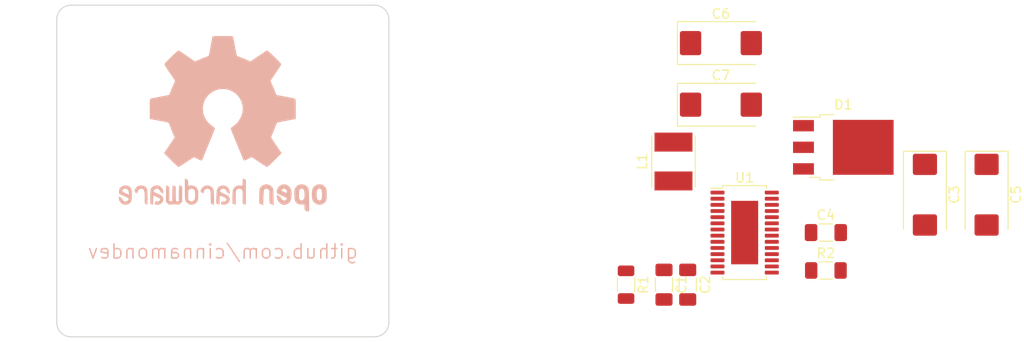
<source format=kicad_pcb>
(kicad_pcb (version 20210925) (generator pcbnew)
  (layers (0 "F.Cu" signal) (31 "B.Cu" signal) (34 "B.Paste" user) (35 "F.Paste" user) (36 "B.SilkS" user "B.Silkscreen") (37 "F.SilkS" user "F.Silkscreen") (38 "B.Mask" user) (39 "F.Mask" user) (44 "Edge.Cuts" user))
  (net 0 "")
  (net 1 "Net-(C1-Pad1)")
  (net 2 "GND")
  (net 3 "/VREF")
  (net 4 "/5v0")
  (net 5 "Net-(C4-Pad1)")
  (net 6 "/VIN")
  (net 8 "Net-(D1-Pad3)")
  (footprint "Resistor_SMD:R_1206_3216Metric_Pad1.30x1.75mm_HandSolder" (layer "F.Cu") (at 196.0625 103)
    (fp_text reference "R2" (at 0 -1.82) (layer "F.SilkS"))
    (fp_text value "2")
    (fp_line (start -0.727064 0.91) (end 0.727064 0.91) (layer "F.SilkS") (width 0.12))
    (fp_line (start -0.727064 -0.91) (end 0.727064 -0.91) (layer "F.SilkS") (width 0.12))
    (pad "1" smd roundrect locked (at -1.55 0) (size 1.3 1.75) (layers "F.Cu" "F.Paste" "F.Mask") (roundrect_rratio 0.192308) (net 5 "Net-(C4-Pad1)"))
    (pad "2" smd roundrect locked (at 1.55 0) (size 1.3 1.75) (layers "F.Cu" "F.Paste" "F.Mask") (roundrect_rratio 0.192308) (net 4 "/5v0"))
  )
  (footprint "Package_SO:TSSOP-28-1EP_4.4x9.7mm_P0.65mm_EP2.85x6.7mm" (layer "F.Cu") (at 187.5 99)
    (fp_text reference "U1" (at 0 -5.8) (layer "F.SilkS"))
    (fp_text value "MAX1709")
    (fp_line (start -2.31 -4.96) (end -2.31 -4.685) (layer "F.SilkS") (width 0.12))
    (fp_line (start 2.31 4.96) (end 2.31 4.685) (layer "F.SilkS") (width 0.12))
    (fp_line (start 0 -4.96) (end -2.31 -4.96) (layer "F.SilkS") (width 0.12))
    (fp_line (start 0 -4.96) (end 2.31 -4.96) (layer "F.SilkS") (width 0.12))
    (fp_line (start -2.31 4.96) (end -2.31 4.685) (layer "F.SilkS") (width 0.12))
    (fp_line (start 2.31 -4.96) (end 2.31 -4.685) (layer "F.SilkS") (width 0.12))
    (fp_line (start -2.31 -4.685) (end -3.6 -4.685) (layer "F.SilkS") (width 0.12))
    (fp_line (start 0 4.96) (end -2.31 4.96) (layer "F.SilkS") (width 0.12))
    (fp_line (start 0 4.96) (end 2.31 4.96) (layer "F.SilkS") (width 0.12))
    (pad "1" smd roundrect locked (at -2.8625 -4.225) (size 1.475 0.4) (layers "F.Cu" "F.Paste" "F.Mask"))
    (pad "2" smd roundrect locked (at -2.8625 -3.575) (size 1.475 0.4) (layers "F.Cu" "F.Paste" "F.Mask") (net 8 "Net-(D1-Pad3)"))
    (pad "3" smd roundrect locked (at -2.8625 -2.925) (size 1.475 0.4) (layers "F.Cu" "F.Paste" "F.Mask") (net 8 "Net-(D1-Pad3)"))
    (pad "4" smd roundrect locked (at -2.8625 -2.275) (size 1.475 0.4) (layers "F.Cu" "F.Paste" "F.Mask") (net 8 "Net-(D1-Pad3)"))
    (pad "5" smd roundrect locked (at -2.8625 -1.625) (size 1.475 0.4) (layers "F.Cu" "F.Paste" "F.Mask") (net 8 "Net-(D1-Pad3)"))
    (pad "6" smd roundrect locked (at -2.8625 -0.975) (size 1.475 0.4) (layers "F.Cu" "F.Paste" "F.Mask") (net 1 "Net-(C1-Pad1)"))
    (pad "7" smd roundrect locked (at -2.8625 -0.325) (size 1.475 0.4) (layers "F.Cu" "F.Paste" "F.Mask") (net 8 "Net-(D1-Pad3)"))
    (pad "8" smd roundrect locked (at -2.8625 0.325) (size 1.475 0.4) (layers "F.Cu" "F.Paste" "F.Mask") (net 8 "Net-(D1-Pad3)"))
    (pad "9" smd roundrect locked (at -2.8625 0.975) (size 1.475 0.4) (layers "F.Cu" "F.Paste" "F.Mask"))
    (pad "10" smd roundrect locked (at -2.8625 1.625) (size 1.475 0.4) (layers "F.Cu" "F.Paste" "F.Mask"))
    (pad "11" smd roundrect locked (at -2.8625 2.275) (size 1.475 0.4) (layers "F.Cu" "F.Paste" "F.Mask") (net 2 "GND"))
    (pad "12" smd roundrect locked (at -2.8625 2.925) (size 1.475 0.4) (layers "F.Cu" "F.Paste" "F.Mask"))
    (pad "13" smd roundrect locked (at -2.8625 3.575) (size 1.475 0.4) (layers "F.Cu" "F.Paste" "F.Mask") (net 3 "/VREF"))
    (pad "14" smd roundrect locked (at -2.8625 4.225) (size 1.475 0.4) (layers "F.Cu" "F.Paste" "F.Mask") (net 2 "GND"))
    (pad "15" smd roundrect locked (at 2.8625 4.225) (size 1.475 0.4) (layers "F.Cu" "F.Paste" "F.Mask") (net 5 "Net-(C4-Pad1)"))
    (pad "16" smd roundrect locked (at 2.8625 3.575) (size 1.475 0.4) (layers "F.Cu" "F.Paste" "F.Mask") (net 2 "GND"))
    (pad "17" smd roundrect locked (at 2.8625 2.925) (size 1.475 0.4) (layers "F.Cu" "F.Paste" "F.Mask"))
    (pad "18" smd roundrect locked (at 2.8625 2.275) (size 1.475 0.4) (layers "F.Cu" "F.Paste" "F.Mask") (net 2 "GND"))
    (pad "19" smd roundrect locked (at 2.8625 1.625) (size 1.475 0.4) (layers "F.Cu" "F.Paste" "F.Mask") (net 2 "GND"))
    (pad "20" smd roundrect locked (at 2.8625 0.975) (size 1.475 0.4) (layers "F.Cu" "F.Paste" "F.Mask") (net 2 "GND"))
    (pad "21" smd roundrect locked (at 2.8625 0.325) (size 1.475 0.4) (layers "F.Cu" "F.Paste" "F.Mask") (net 2 "GND"))
    (pad "22" smd roundrect locked (at 2.8625 -0.325) (size 1.475 0.4) (layers "F.Cu" "F.Paste" "F.Mask") (net 2 "GND"))
    (pad "23" smd roundrect locked (at 2.8625 -0.975) (size 1.475 0.4) (layers "F.Cu" "F.Paste" "F.Mask") (net 2 "GND"))
    (pad "24" smd roundrect locked (at 2.8625 -1.625) (size 1.475 0.4) (layers "F.Cu" "F.Paste" "F.Mask"))
    (pad "25" smd roundrect locked (at 2.8625 -2.275) (size 1.475 0.4) (layers "F.Cu" "F.Paste" "F.Mask"))
    (pad "26" smd roundrect locked (at 2.8625 -2.925) (size 1.475 0.4) (layers "F.Cu" "F.Paste" "F.Mask") (net 5 "Net-(C4-Pad1)"))
    (pad "27" smd roundrect locked (at 2.8625 -3.575) (size 1.475 0.4) (layers "F.Cu" "F.Paste" "F.Mask") (net 5 "Net-(C4-Pad1)"))
    (pad "28" smd roundrect locked (at 2.8625 -4.225) (size 1.475 0.4) (layers "F.Cu" "F.Paste" "F.Mask") (net 4 "/5v0"))
    (pad "29" smd rect locked (at 0 0) (size 2.85 6.7) (layers "F.Cu" "F.Mask"))
  )
  (footprint "MountingHole:MountingHole_2.2mm_M2" (layer "F.Cu") (at 118.5 106.5)
    (fp_text reference "REF**")
    (fp_text value "MountingHole_2.2mm_M2")
    (pad "" np_thru_hole circle locked (at 0 0) (size 2.2 2.2) (drill 2.2) (layers *.Cu *.Mask))
  )
  (footprint "Capacitor_SMD:C_1206_3216Metric_Pad1.33x1.80mm_HandSolder" (layer "F.Cu") (at 181.5 104.5 -90)
    (fp_text reference "C2" (at 0 -1.85 90) (layer "F.SilkS"))
    (fp_text value "220n")
    (fp_line (start -0.711252 -0.91) (end 0.711252 -0.91) (layer "F.SilkS") (width 0.12))
    (fp_line (start -0.711252 0.91) (end 0.711252 0.91) (layer "F.SilkS") (width 0.12))
    (pad "1" smd roundrect locked (at -1.5625 0 270) (size 1.325 1.8) (layers "F.Cu" "F.Paste" "F.Mask") (roundrect_rratio 0.188679) (net 3 "/VREF"))
    (pad "2" smd roundrect locked (at 1.5625 0 270) (size 1.325 1.8) (layers "F.Cu" "F.Paste" "F.Mask") (roundrect_rratio 0.188679) (net 2 "GND"))
  )
  (footprint "Library:VLS5045" (layer "F.Cu") (at 180 91.5 90)
    (fp_text reference "L1" (at 0 -3.3 90 unlocked) (layer "F.SilkS"))
    (fp_text value "1uH")
    (fp_line (start -2.7 2.3) (end 2.7 2.3) (layer "F.SilkS") (width 0.12))
    (fp_line (start -2.7 -2.3) (end 2.7 -2.3) (layer "F.SilkS") (width 0.12))
    (pad "1" smd rect locked (at -2.05 0 90) (size 2 4) (layers "F.Cu" "F.Paste" "F.Mask") (net 8 "Net-(D1-Pad3)"))
    (pad "2" smd rect locked (at 2.05 0 90) (size 2 4) (layers "F.Cu" "F.Paste" "F.Mask") (net 6 "/VIN"))
  )
  (footprint "Capacitor_Tantalum_SMD:CP_EIA-7343-15_Kemet-W_Pad2.25x2.55mm_HandSolder" (layer "F.Cu") (at 206.5 95 -90)
    (fp_text reference "C3" (at 0 -3.1 90) (layer "F.SilkS"))
    (fp_text value "150u")
    (fp_line (start -4.585 -2.26) (end -4.585 2.26) (layer "F.SilkS") (width 0.12))
    (fp_line (start -4.585 2.26) (end 3.65 2.26) (layer "F.SilkS") (width 0.12))
    (fp_line (start 3.65 -2.26) (end -4.585 -2.26) (layer "F.SilkS") (width 0.12))
    (pad "1" smd roundrect locked (at -3.2 0 270) (size 2.25 2.55) (layers "F.Cu" "F.Paste" "F.Mask") (roundrect_rratio 0.111111) (net 4 "/5v0"))
    (pad "2" smd roundrect locked (at 3.2 0 270) (size 2.25 2.55) (layers "F.Cu" "F.Paste" "F.Mask") (roundrect_rratio 0.111111) (net 2 "GND"))
  )
  (footprint "MountingHole:MountingHole_2.2mm_M2" (layer "F.Cu") (at 118.5 78.5)
    (fp_text reference "REF**")
    (fp_text value "MountingHole_2.2mm_M2")
    (pad "" np_thru_hole circle locked (at 0 0) (size 2.2 2.2) (drill 2.2) (layers *.Cu *.Mask))
  )
  (footprint "Capacitor_SMD:C_1206_3216Metric_Pad1.33x1.80mm_HandSolder" (layer "F.Cu") (at 196.0625 99)
    (fp_text reference "C4" (at 0 -1.85) (layer "F.SilkS"))
    (fp_text value "100u")
    (fp_line (start -0.711252 -0.91) (end 0.711252 -0.91) (layer "F.SilkS") (width 0.12))
    (fp_line (start -0.711252 0.91) (end 0.711252 0.91) (layer "F.SilkS") (width 0.12))
    (pad "1" smd roundrect locked (at -1.5625 0) (size 1.325 1.8) (layers "F.Cu" "F.Paste" "F.Mask") (roundrect_rratio 0.188679) (net 5 "Net-(C4-Pad1)"))
    (pad "2" smd roundrect locked (at 1.5625 0) (size 1.325 1.8) (layers "F.Cu" "F.Paste" "F.Mask") (roundrect_rratio 0.188679) (net 2 "GND"))
  )
  (footprint "MountingHole:MountingHole_2.2mm_M2" (layer "F.Cu") (at 146.5 106.5)
    (fp_text reference "REF**")
    (fp_text value "MountingHole_2.2mm_M2")
    (pad "" np_thru_hole circle locked (at 0 0) (size 2.2 2.2) (drill 2.2) (layers *.Cu *.Mask))
  )
  (footprint "Capacitor_Tantalum_SMD:CP_EIA-7343-31_Kemet-D_Pad2.25x2.55mm_HandSolder" (layer "F.Cu") (at 213 95 -90)
    (fp_text reference "C5" (at 0 -3.1 90) (layer "F.SilkS"))
    (fp_text value "150u")
    (fp_line (start 3.65 -2.26) (end -4.585 -2.26) (layer "F.SilkS") (width 0.12))
    (fp_line (start -4.585 -2.26) (end -4.585 2.26) (layer "F.SilkS") (width 0.12))
    (fp_line (start -4.585 2.26) (end 3.65 2.26) (layer "F.SilkS") (width 0.12))
    (pad "1" smd roundrect locked (at -3.2 0 270) (size 2.25 2.55) (layers "F.Cu" "F.Paste" "F.Mask") (roundrect_rratio 0.111111) (net 4 "/5v0"))
    (pad "2" smd roundrect locked (at 3.2 0 270) (size 2.25 2.55) (layers "F.Cu" "F.Paste" "F.Mask") (roundrect_rratio 0.111111) (net 2 "GND"))
  )
  (footprint "Package_TO_SOT_SMD:TO-252-3_TabPin2" (layer "F.Cu") (at 197.9 90)
    (fp_text reference "D1" (at 0 -4.5) (layer "F.SilkS"))
    (fp_text value "D_Schottky")
    (fp_line (start -0.97 -3.45) (end -2.47 -3.45) (layer "F.SilkS") (width 0.12))
    (fp_line (start -2.47 -3.18) (end -5.3 -3.18) (layer "F.SilkS") (width 0.12))
    (fp_line (start -2.47 -3.45) (end -2.47 -3.18) (layer "F.SilkS") (width 0.12))
    (fp_line (start -2.47 3.18) (end -3.57 3.18) (layer "F.SilkS") (width 0.12))
    (fp_line (start -0.97 3.45) (end -2.47 3.45) (layer "F.SilkS") (width 0.12))
    (fp_line (start -2.47 3.45) (end -2.47 3.18) (layer "F.SilkS") (width 0.12))
    (pad "1" smd rect locked (at -4.2 -2.28) (size 2.2 1.2) (layers "F.Cu" "F.Paste" "F.Mask"))
    (pad "2" smd rect locked (at -4.2 0) (size 2.2 1.2) (layers "F.Cu" "F.Paste" "F.Mask") (net 4 "/5v0"))
    (pad "2" smd rect locked (at 2.1 0) (size 6.4 5.8) (layers "F.Cu" "F.Mask") (net 4 "/5v0"))
    (pad "3" smd rect locked (at -4.2 2.28) (size 2.2 1.2) (layers "F.Cu" "F.Paste" "F.Mask") (net 8 "Net-(D1-Pad3)"))
  )
  (footprint "Capacitor_SMD:C_1206_3216Metric_Pad1.33x1.80mm_HandSolder" (layer "F.Cu") (at 179 104.5 -90)
    (fp_text reference "C1" (at 0 -1.85 90) (layer "F.SilkS"))
    (fp_text value "100n")
    (fp_line (start -0.711252 -0.91) (end 0.711252 -0.91) (layer "F.SilkS") (width 0.12))
    (fp_line (start -0.711252 0.91) (end 0.711252 0.91) (layer "F.SilkS") (width 0.12))
    (pad "1" smd roundrect locked (at -1.5625 0 270) (size 1.325 1.8) (layers "F.Cu" "F.Paste" "F.Mask") (roundrect_rratio 0.188679) (net 1 "Net-(C1-Pad1)"))
    (pad "2" smd roundrect locked (at 1.5625 0 270) (size 1.325 1.8) (layers "F.Cu" "F.Paste" "F.Mask") (roundrect_rratio 0.188679) (net 2 "GND"))
  )
  (footprint "Capacitor_Tantalum_SMD:CP_EIA-7343-31_Kemet-D_Pad2.25x2.55mm_HandSolder" (layer "F.Cu") (at 185 79)
    (fp_text reference "C6" (at 0 -3.1) (layer "F.SilkS"))
    (fp_text value "150u")
    (fp_line (start -4.585 2.26) (end 3.65 2.26) (layer "F.SilkS") (width 0.12))
    (fp_line (start -4.585 -2.26) (end -4.585 2.26) (layer "F.SilkS") (width 0.12))
    (fp_line (start 3.65 -2.26) (end -4.585 -2.26) (layer "F.SilkS") (width 0.12))
    (pad "1" smd roundrect locked (at -3.2 0) (size 2.25 2.55) (layers "F.Cu" "F.Paste" "F.Mask") (roundrect_rratio 0.111111) (net 6 "/VIN"))
    (pad "2" smd roundrect locked (at 3.2 0) (size 2.25 2.55) (layers "F.Cu" "F.Paste" "F.Mask") (roundrect_rratio 0.111111) (net 2 "GND"))
  )
  (footprint "Capacitor_Tantalum_SMD:CP_EIA-7343-31_Kemet-D_Pad2.25x2.55mm_HandSolder" (layer "F.Cu") (at 185 85.5)
    (fp_text reference "C7" (at 0 -3.1) (layer "F.SilkS"))
    (fp_text value "150u")
    (fp_line (start -4.585 -2.26) (end -4.585 2.26) (layer "F.SilkS") (width 0.12))
    (fp_line (start -4.585 2.26) (end 3.65 2.26) (layer "F.SilkS") (width 0.12))
    (fp_line (start 3.65 -2.26) (end -4.585 -2.26) (layer "F.SilkS") (width 0.12))
    (pad "1" smd roundrect locked (at -3.2 0) (size 2.25 2.55) (layers "F.Cu" "F.Paste" "F.Mask") (roundrect_rratio 0.111111) (net 6 "/VIN"))
    (pad "2" smd roundrect locked (at 3.2 0) (size 2.25 2.55) (layers "F.Cu" "F.Paste" "F.Mask") (roundrect_rratio 0.111111) (net 2 "GND"))
  )
  (footprint "MountingHole:MountingHole_2.2mm_M2" (layer "F.Cu") (at 146.5 78.5)
    (fp_text reference "REF**")
    (fp_text value "MountingHole_2.2mm_M2")
    (pad "" np_thru_hole circle locked (at 0 0) (size 2.2 2.2) (drill 2.2) (layers *.Cu *.Mask))
  )
  (footprint "Resistor_SMD:R_1206_3216Metric" (layer "F.Cu") (at 175 104.5 -90)
    (fp_text reference "R1" (at 0 -1.82 90) (layer "F.SilkS"))
    (fp_text value "nc")
    (fp_line (start -0.727064 -0.91) (end 0.727064 -0.91) (layer "F.SilkS") (width 0.12))
    (fp_line (start -0.727064 0.91) (end 0.727064 0.91) (layer "F.SilkS") (width 0.12))
    (pad "1" smd roundrect locked (at -1.4625 0 270) (size 1.125 1.75) (layers "F.Cu" "F.Paste" "F.Mask") (roundrect_rratio 0.222222) (net 1 "Net-(C1-Pad1)"))
    (pad "2" smd roundrect locked (at 1.4625 0 270) (size 1.125 1.75) (layers "F.Cu" "F.Paste" "F.Mask") (roundrect_rratio 0.222222) (net 2 "GND"))
  )
  (footprint "Symbol:OSHW-Logo2_24.3x20mm_SilkScreen" (layer "B.Cu") (at 132.5 87.5 180)
    (fp_text reference "REF**" hide)
    (fp_text value "OSHW-Logo2_24.3x20mm_SilkScreen" hide)
    (fp_poly (pts (xy -6.140747 -6.474461) (xy -5.948903 -6.603519) (xy -5.800648 -6.789915) (xy -5.712084 -7.027109) (xy -5.694172 -7.201691) (xy -5.696206 -7.274544) (xy -5.71324 -7.330324) (xy -5.760064 -7.380298) (xy -5.851473 -7.435733) (xy -6.002258 -7.507896) (xy -6.227213 -7.608055) (xy -6.228352 -7.608558) (xy -6.435415 -7.703396) (xy -6.605212 -7.787609) (xy -6.720388 -7.852133) (xy -6.76359 -7.8879) (xy -6.763601 -7.888188) (xy -6.725525 -7.966074) (xy -6.636484 -8.051924) (xy -6.534263 -8.113769) (xy -6.482474 -8.126054) (xy -6.341184 -8.083564) (xy -6.219512 -7.977152) (xy -6.160145 -7.860156) (xy -6.103033 -7.773905) (xy -5.991161 -7.675681) (xy -5.859654 -7.590827) (xy -5.743632 -7.544681) (xy -5.719371 -7.542146) (xy -5.692062 -7.583868) (xy -5.690416 -7.690519) (xy -5.710486 -7.834321) (xy -5.748322 -7.987501) (xy -5.799977 -8.122283) (xy -5.802586 -8.127516) (xy -5.958031 -8.344557) (xy -6.159493 -8.492185) (xy -6.388288 -8.564644) (xy -6.625733 -8.556177) (xy -6.853146 -8.461027) (xy -6.863257 -8.454337) (xy -7.04215 -8.292211) (xy -7.15978 -8.080682) (xy -7.224877 -7.802543) (xy -7.233613 -7.724398) (xy -7.249086 -7.355549) (xy -7.230537 -7.183541) (xy -6.763601 -7.183541) (xy -6.757534 -7.290838) (xy -6.724351 -7.322152) (xy -6.641623 -7.298725) (xy -6.511221 -7.243348) (xy -6.365457 -7.173932) (xy -6.361834 -7.172094) (xy -6.238283 -7.107108) (xy -6.188697 -7.06374) (xy -6.200925 -7.018275) (xy -6.252412 -6.958536) (xy -6.383399 -6.872085) (xy -6.524462 -6.865733) (xy -6.650995 -6.928649) (xy -6.738392 -7.050003) (xy -6.763601 -7.183541) (xy -7.230537 -7.183541) (xy -7.21726 -7.060435) (xy -7.135609 -6.826382) (xy -7.021939 -6.662413) (xy -6.816775 -6.496716) (xy -6.590786 -6.414519) (xy -6.360075 -6.409281) (xy -6.140747 -6.474461)) (layer "B.SilkS") (width 0.01) (fill solid))
    (fp_poly (pts (xy -9.919632 -6.443358) (xy -9.691564 -6.56328) (xy -9.523248 -6.756278) (xy -9.463459 -6.880355) (xy -9.416934 -7.066653) (xy -9.393118 -7.302045) (xy -9.39086 -7.558952) (xy -9.409008 -7.809799) (xy -9.446411 -8.027009) (xy -9.501916 -8.183005) (xy -9.518975 -8.209871) (xy -9.72103 -8.410415) (xy -9.961022 -8.530529) (xy -10.221434 -8.56568) (xy -10.484753 -8.511337) (xy -10.558033 -8.478756) (xy -10.700739 -8.378353) (xy -10.825986 -8.245225) (xy -10.837823 -8.228341) (xy -10.885935 -8.146969) (xy -10.917738 -8.059984) (xy -10.936526 -7.945475) (xy -10.945592 -7.78153) (xy -10.948229 -7.54624) (xy -10.948275 -7.493487) (xy -10.948154 -7.476699) (xy -10.461685 -7.476699) (xy -10.458854 -7.698761) (xy -10.447712 -7.846123) (xy -10.424291 -7.941308) (xy -10.384619 -8.006837) (xy -10.364367 -8.028736) (xy -10.24794 -8.111953) (xy -10.134902 -8.108158) (xy -10.020609 -8.035973) (xy -9.952441 -7.958911) (xy -9.91207 -7.846429) (xy -9.889398 -7.669055) (xy -9.887843 -7.648367) (xy -9.883973 -7.326911) (xy -9.924417 -7.088167) (xy -10.008626 -6.9336) (xy -10.136053 -6.864678) (xy -10.18154 -6.86092) (xy -10.300981 -6.879821) (xy -10.382683 -6.945306) (xy -10.432637 -7.070544) (xy -10.456834 -7.268704) (xy -10.461685 -7.476699) (xy -10.948154 -7.476699) (xy -10.946463 -7.242765) (xy -10.938853 -7.067582) (xy -10.922186 -6.946191) (xy -10.893201 -6.856847) (xy -10.84864 -6.777803) (xy -10.838793 -6.763107) (xy -10.67328 -6.565011) (xy -10.49293 -6.450014) (xy -10.273365 -6.404365) (xy -10.198805 -6.402135) (xy -9.919632 -6.443358)) (layer "B.SilkS") (width 0.01) (fill solid))
    (fp_poly (pts (xy -2.092337 -6.206429) (xy -2.078077 -6.405313) (xy -2.061698 -6.522511) (xy -2.039002 -6.573632) (xy -2.005788 -6.574286) (xy -1.995019 -6.568183) (xy -1.851767 -6.523997) (xy -1.665425 -6.526577) (xy -1.475976 -6.571999) (xy -1.357483 -6.630759) (xy -1.235991 -6.724631) (xy -1.147177 -6.830865) (xy -1.086208 -6.96585) (xy -1.04825 -7.145976) (xy -1.028468 -7.387633) (xy -1.02203 -7.707211) (xy -1.021914 -7.768516) (xy -1.021839 -8.457147) (xy -1.175077 -8.510566) (xy -1.283913 -8.546908) (xy -1.343626 -8.563828) (xy -1.345383 -8.563985) (xy -1.351264 -8.5181) (xy -1.356268 -8.391539) (xy -1.360016 -8.200941) (xy -1.362127 -7.962948) (xy -1.362452 -7.818252) (xy -1.363129 -7.532955) (xy -1.366614 -7.32848) (xy -1.375088 -7.188334) (xy -1.390734 -7.096023) (xy -1.415731 -7.035053) (xy -1.452262 -6.988931) (xy -1.475071 -6.96672) (xy -1.631751 -6.877214) (xy -1.802726 -6.870511) (xy -1.95785 -6.946208) (xy -1.986537 -6.973539) (xy -2.028613 -7.024929) (xy -2.057799 -7.085886) (xy -2.076429 -7.174025) (xy -2.086839 -7.306961) (xy -2.091363 -7.502309) (xy -2.092337 -7.771652) (xy -2.092337 -8.457147) (xy -2.245575 -8.510566) (xy -2.354411 -8.546908) (xy -2.414124 -8.563828) (xy -2.415881 -8.563985) (xy -2.420375 -8.517414) (xy -2.424425 -8.386051) (xy -2.42787 -8.182422) (xy -2.430547 -7.919054) (xy -2.432294 -7.608471) (xy -2.432949 -7.263201) (xy -2.43295 -7.247843) (xy -2.43295 -5.931701) (xy -2.116666 -5.798289) (xy -2.092337 -6.206429)) (layer "B.SilkS") (width 0.01) (fill solid))
    (fp_poly (pts (xy 7.190678 -6.558594) (xy 7.330782 -6.622323) (xy 7.44075 -6.699543) (xy 7.521324 -6.785887) (xy 7.576954 -6.897272) (xy 7.612089 -7.049616) (xy 7.631179 -7.258835) (xy 7.638672 -7.540846) (xy 7.639464 -7.726555) (xy 7.639464 -8.451046) (xy 7.515527 -8.507515) (xy 7.41791 -8.548787) (xy 7.36955 -8.563985) (xy 7.360298 -8.518762) (xy 7.352958 -8.396824) (xy 7.348464 -8.218772) (xy 7.34751 -8.077395) (xy 7.34341 -7.873146) (xy 7.332354 -7.711113) (xy 7.316211 -7.611891) (xy 7.303387 -7.590805) (xy 7.217186 -7.612338) (xy 7.081862 -7.667566) (xy 6.92517 -7.742436) (xy 6.774863 -7.822892) (xy 6.658693 -7.89488) (xy 6.604413 -7.944346) (xy 6.604198 -7.944881) (xy 6.608867 -8.036428) (xy 6.650732 -8.12382) (xy 6.724235 -8.194802) (xy 6.831516 -8.218543) (xy 6.923202 -8.215777) (xy 7.053058 -8.213741) (xy 7.121221 -8.244164) (xy 7.162159 -8.324543) (xy 7.167321 -8.3397) (xy 7.185067 -8.454331) (xy 7.137609 -8.523934) (xy 7.013907 -8.557105) (xy 6.880281 -8.56324) (xy 6.639817 -8.517763) (xy 6.515338 -8.452817) (xy 6.361605 -8.300246) (xy 6.280073 -8.112971) (xy 6.272756 -7.915085) (xy 6.341669 -7.730685) (xy 6.445328 -7.615134) (xy 6.548823 -7.550442) (xy 6.711492 -7.468542) (xy 6.901054 -7.385486) (xy 6.93265 -7.372795) (xy 7.140869 -7.280908) (xy 7.260898 -7.199923) (xy 7.299501 -7.119413) (xy 7.26344 -7.02895) (xy 7.201533 -6.958238) (xy 7.055213 -6.87117) (xy 6.894217 -6.86464) (xy 6.746573 -6.931735) (xy 6.64031 -7.065544) (xy 6.626362 -7.100067) (xy 6.54516 -7.227042) (xy 6.426608 -7.321309) (xy 6.277012 -7.398668) (xy 6.277012 -7.179307) (xy 6.285817 -7.04528) (xy 6.32357 -6.939644) (xy 6.407279 -6.826939) (xy 6.487636 -6.740127) (xy 6.612591 -6.617204) (xy 6.709677 -6.551171) (xy 6.813954 -6.524684) (xy 6.931989 -6.520307) (xy 7.190678 -6.558594)) (layer "B.SilkS") (width 0.01) (fill solid))
    (fp_poly (pts (xy 0.348357 9.245003) (xy 0.611677 9.243561) (xy 0.802246 9.239658) (xy 0.932345 9.232063) (xy 1.014257 9.21955) (xy 1.060266 9.200889) (xy 1.082653 9.174852) (xy 1.093702 9.140212) (xy 1.094776 9.135728) (xy 1.111559 9.054811) (xy 1.142625 8.895158) (xy 1.184742 8.673762) (xy 1.234679 8.407615) (xy 1.289203 8.11371) (xy 1.291107 8.103388) (xy 1.345723 7.815364) (xy 1.396822 7.560885) (xy 1.441106 7.355215) (xy 1.475279 7.213615) (xy 1.496043 7.15135) (xy 1.497033 7.150247) (xy 1.558199 7.119841) (xy 1.68431 7.069172) (xy 1.848131 7.009178) (xy 1.849043 7.008858) (xy 2.055388 6.931296) (xy 2.29866 6.832493) (xy 2.527969 6.733152) (xy 2.538822 6.72824) (xy 2.912317 6.558724) (xy 3.739365 7.123505) (xy 3.993077 7.29568) (xy 4.222902 7.449605) (xy 4.415525 7.576526) (xy 4.557632 7.667691) (xy 4.635907 7.714345) (xy 4.64334 7.717805) (xy 4.700224 7.7024) (xy 4.806469 7.628073) (xy 4.966219 7.491319) (xy 5.183616 7.288632) (xy 5.405548 7.072992) (xy 5.619491 6.860497) (xy 5.810969 6.66659) (xy 5.968455 6.503246) (xy 6.080422 6.382439) (xy 6.135343 6.316145) (xy 6.137386 6.312732) (xy 6.143458 6.267239) (xy 6.120584 6.192944) (xy 6.063115 6.079814) (xy 5.965399 5.917815) (xy 5.821784 5.696914) (xy 5.630333 5.41254) (xy 5.460423 5.162241) (xy 5.308538 4.93775) (xy 5.183455 4.7521) (xy 5.093949 4.618325) (xy 5.0488 4.549458) (xy 5.045958 4.544782) (xy 5.05147 4.478799) (xy 5.093255 4.350552) (xy 5.162997 4.18428) (xy 5.187854 4.131181) (xy 5.296311 3.894623) (xy 5.41202 3.626211) (xy 5.506015 3.393965) (xy 5.573745 3.221593) (xy 5.627543 3.090597) (xy 5.658631 3.022133) (xy 5.662496 3.016858) (xy 5.719671 3.00812) (xy 5.854448 2.984177) (xy 6.048906 2.948438) (xy 6.285125 2.904311) (xy 6.545184 2.855205) (xy 6.811163 2.804528) (xy 7.065143 2.755687) (xy 7.289201 2.712091) (xy 7.46542 2.677149) (xy 7.575877 2.654268) (xy 7.60297 2.647799) (xy 7.630956 2.631833) (xy 7.652081 2.595773) (xy 7.667297 2.527448) (xy 7.677553 2.414685) (xy 7.6838 2.245314) (xy 7.686988 2.007162) (xy 7.688067 1.688058) (xy 7.688123 1.557259) (xy 7.688123 0.493489) (xy 7.432663 0.443067) (xy 7.290537 0.415727) (xy 7.07845 0.375818) (xy 6.822193 0.328155) (xy 6.547558 0.277554) (xy 6.471648 0.263656) (xy 6.218221 0.214383) (xy 5.997447 0.16593) (xy 5.827857 0.122785) (xy 5.72798 0.089437) (xy 5.711343 0.079498) (xy 5.670489 0.009109) (xy 5.611913 -0.127283) (xy 5.546955 -0.302805) (xy 5.534071 -0.340613) (xy 5.448934 -0.57503) (xy 5.343256 -0.839524) (xy 5.23984 -1.077041) (xy 5.23933 -1.078144) (xy 5.067112 -1.450733) (xy 5.633524 -2.283893) (xy 6.199935 -3.117053) (xy 5.472702 -3.8455) (xy 5.252748 -4.062302) (xy 5.052132 -4.253414) (xy 4.882122 -4.408636) (xy 4.753985 -4.517764) (xy 4.678989 -4.570595) (xy 4.668231 -4.573947) (xy 4.605067 -4.547549) (xy 4.47618 -4.47416) (xy 4.295649 -4.362484) (xy 4.077554 -4.221224) (xy 3.841754 -4.063027) (xy 3.602436 -3.901664) (xy 3.389059 -3.761252) (xy 3.215175 -3.650431) (xy 3.094334 -3.577838) (xy 3.040263 -3.552108) (xy 2.974294 -3.57388) (xy 2.849198 -3.631251) (xy 2.69078 -3.7123) (xy 2.673987 -3.721309) (xy 2.460652 -3.8283) (xy 2.314364 -3.880772) (xy 2.22338 -3.88133) (xy 2.175959 -3.83258) (xy 2.175683 -3.831897) (xy 2.15198 -3.774164) (xy 2.095449 -3.637115) (xy 2.010474 -3.431357) (xy 1.901438 -3.167498) (xy 1.772724 -2.856144) (xy 1.628715 -2.507904) (xy 1.489251 -2.170744) (xy 1.33598 -1.798666) (xy 1.195251 -1.453987) (xy 1.071282 -1.147271) (xy 0.968291 -0.889085) (xy 0.890496 -0.689994) (xy 0.842114 -0.560565) (xy 0.827204 -0.512261) (xy 0.864594 -0.45685) (xy 0.962398 -0.368538) (xy 1.092815 -0.271174) (xy 1.464223 0.036747) (xy 1.75453 0.389696) (xy 1.960256 0.780239) (xy 2.077923 1.200943) (xy 2.104051 1.644371) (xy 2.08506 1.849042) (xy 1.981583 2.273677) (xy 1.803373 2.648664) (xy 1.561482 2.970304) (xy 1.266963 3.234899) (xy 0.930871 3.43875) (xy 0.564258 3.578158) (xy 0.178177 3.649426) (xy -0.216319 3.648855) (xy -0.608175 3.572746) (xy -0.98634 3.417401) (xy -1.33976 3.179121) (xy -1.487273 3.044361) (xy -1.770184 2.698321) (xy -1.967168 2.320174) (xy -2.079536 1.920945) (xy -2.108599 1.511655) (xy -2.055669 1.103328) (xy -1.922057 0.706987) (xy -1.709075 0.333655) (xy -1.418034 -0.005645) (xy -1.092814 -0.271174) (xy -0.957348 -0.372671) (xy -0.861651 -0.460025) (xy -0.827203 -0.512343) (xy -0.84524 -0.569398) (xy -0.896538 -0.705698) (xy -0.976876 -0.910678) (xy -1.082036 -1.173772) (xy -1.207796 -1.484416) (xy -1.349937 -1.832043) (xy -1.489635 -2.170826) (xy -1.643759 -2.543222) (xy -1.786518 -2.888307) (xy -1.913529 -3.195477) (xy -2.020411 -3.454125) (xy -2.10278 -3.653647) (xy -2.156253 -3.783435) (xy -2.176067 -3.831897) (xy -2.222876 -3.881129) (xy -2.313417 -3.880985) (xy -2.459342 -3.828877) (xy -2.672302 -3.722216) (xy -2.673986 -3.721309) (xy -2.83433 -3.638536) (xy -2.963948 -3.578242) (xy -3.037037 -3.552346) (xy -3.040263 -3.552108) (xy -3.095284 -3.578374) (xy -3.216757 -3.651416) (xy -3.391129 -3.762595) (xy -3.60485 -3.903273) (xy -3.841753 -4.063027) (xy -4.082945 -4.224779) (xy -4.300326 -4.36545) (xy -4.479816 -4.476335) (xy -4.607336 -4.54873) (xy -4.66823 -4.573947) (xy -4.724303 -4.540803) (xy -4.83704 -4.448173) (xy -4.995177 -4.306257) (xy -5.187449 -4.125255) (xy -5.402591 -3.915369) (xy -5.472952 -3.845249) (xy -6.200434 -3.116552) (xy -5.646705 -2.3039) (xy -5.478423 -2.054342) (xy -5.330729 -1.830366) (xy -5.21191 -1.644949) (xy -5.13025 -1.511065) (xy -5.094036 -1.44169) (xy -5.092975 -1.436755) (xy -5.112067 -1.371364) (xy -5.163418 -1.239825) (xy -5.23814 -1.064181) (xy -5.290588 -0.946591) (xy -5.388654 -0.721461) (xy -5.481007 -0.494015) (xy -5.552606 -0.301839) (xy -5.572056 -0.243295) (xy -5.627314 -0.086956) (xy -5.681331 0.033842) (xy -5.711001 0.079498) (xy -5.776476 0.107439) (xy -5.919376 0.147049) (xy -6.121161 0.193838) (xy -6.363288 0.243317) (xy -6.471647 0.263656) (xy -6.746811 0.314219) (xy -7.010746 0.363178) (xy -7.237659 0.405719) (xy -7.401761 0.437025) (xy -7.432662 0.443067) (xy -7.688122 0.493489) (xy -7.688122 1.557259) (xy -7.687548 1.90705) (xy -7.685193 2.1717) (xy -7.680107 2.363378) (xy -7.671339 2.494256) (xy -7.657938 2.576507) (xy -7.638954 2.622302) (xy -7.613438 2.643812) (xy -7.602969 2.647799) (xy -7.539826 2.661944) (xy -7.400325 2.690166) (xy -7.202389 2.729057) (xy -6.963935 2.775208) (xy -6.702886 2.825212) (xy -6.437161 2.875659) (xy -6.184681 2.923142) (xy -5.963365 2.964252) (xy -5.791134 2.995581) (xy -5.685908 3.013722) (xy -5.662495 3.016858) (xy -5.641284 3.058827) (xy -5.594332 3.17063) (xy -5.530419 3.331112) (xy -5.506014 3.393965) (xy -5.40758 3.636797) (xy -5.291666 3.905082) (xy -5.187853 4.131181) (xy -5.111465 4.304065) (xy -5.060644 4.446123) (xy -5.043679 4.533122) (xy -5.046384 4.544782) (xy -5.082239 4.59983) (xy -5.164108 4.722261) (xy -5.283205 4.899038) (xy -5.430742 5.117123) (xy -5.597931 5.36348) (xy -5.63099 5.412109) (xy -5.82498 5.700227) (xy -5.967579 5.919623) (xy -6.064473 6.080398) (xy -6.121346 6.192654) (xy -6.143884 6.26649) (xy -6.137772 6.31201) (xy -6.137616 6.3123) (xy -6.089511 6.37209) (xy -5.983111 6.487681) (xy -5.829948 6.647091) (xy -5.641555 6.838335) (xy -5.429465 7.049432) (xy -5.405547 7.072992) (xy -5.138262 7.331828) (xy -4.931992 7.521883) (xy -4.782592 7.646663) (xy -4.68592 7.709673) (xy -4.643339 7.717805) (xy -4.581196 7.682328) (xy -4.452237 7.600377) (xy -4.269778 7.480708) (xy -4.047133 7.332074) (xy -3.797616 7.163228) (xy -3.739364 7.123505) (xy -2.912316 6.558724) (xy -2.538821 6.72824) (xy -2.311684 6.827029) (xy -2.067872 6.926383) (xy -1.858275 7.005599) (xy -1.849042 7.008858) (xy -1.685095 7.068871) (xy -1.558715 7.119618) (xy -1.497137 7.150159) (xy -1.497032 7.150247) (xy -1.477493 7.205452) (xy -1.444279 7.341221) (xy -1.400687 7.542291) (xy -1.350016 7.793401) (xy -1.295561 8.079287) (xy -1.291106 8.103388) (xy -1.236482 8.397941) (xy -1.186336 8.665316) (xy -1.143898 8.88852) (xy -1.112402 9.050561) (xy -1.095077 9.134447) (xy -1.094775 9.135728) (xy -1.084232 9.171412) (xy -1.063731 9.198354) (xy -1.020989 9.217782) (xy -0.943724 9.230925) (xy -0.819652 9.239011) (xy -0.636491 9.243268) (xy -0.381958 9.244925) (xy -0.043769 9.24521) (xy 0 9.24521) (xy 0.348357 9.245003)) (layer "B.SilkS") (width 0.01) (fill solid))
    (fp_poly (pts (xy 3.989857 -6.924093) (xy 3.989239 -7.287769) (xy 3.986847 -7.567532) (xy 3.981671 -7.776784) (xy 3.972704 -7.928926) (xy 3.958936 -8.037359) (xy 3.939361 -8.115485) (xy 3.912968 -8.176707) (xy 3.892984 -8.211652) (xy 3.727483 -8.401157) (xy 3.517648 -8.519942) (xy 3.285486 -8.562564) (xy 3.053008 -8.523583) (xy 2.914572 -8.453532) (xy 2.769242 -8.332353) (xy 2.670195 -8.184354) (xy 2.610435 -7.990534) (xy 2.582969 -7.731892) (xy 2.579079 -7.542146) (xy 2.579603 -7.52851) (xy 2.919541 -7.52851) (xy 2.921617 -7.746096) (xy 2.93113 -7.890134) (xy 2.953008 -7.984364) (xy 2.992176 -8.052523) (xy 3.038976 -8.103936) (xy 3.196146 -8.203175) (xy 3.3649 -8.211653) (xy 3.524393 -8.128799) (xy 3.536807 -8.117572) (xy 3.589791 -8.059171) (xy 3.623014 -7.989686) (xy 3.641 -7.88627) (xy 3.648275 -7.726073) (xy 3.649426 -7.548965) (xy 3.646932 -7.326467) (xy 3.636608 -7.178037) (xy 3.614191 -7.080489) (xy 3.575418 -7.010637) (xy 3.543626 -6.973539) (xy 3.395939 -6.879975) (xy 3.225846 -6.868725) (xy 3.063492 -6.94019) (xy 3.03216 -6.96672) (xy 2.978822 -7.025636) (xy 2.945531 -7.095837) (xy 2.927656 -7.200418) (xy 2.920566 -7.362479) (xy 2.919541 -7.52851) (xy 2.579603 -7.52851) (xy 2.59084 -7.236579) (xy 2.630787 -7.006993) (xy 2.705913 -6.834387) (xy 2.823214 -6.69976) (xy 2.914572 -6.630759) (xy 3.080627 -6.556214) (xy 3.273092 -6.521613) (xy 3.451999 -6.530875) (xy 3.552108 -6.568238) (xy 3.591393 -6.578872) (xy 3.617461 -6.539225) (xy 3.635658 -6.432981) (xy 3.649426 -6.271145) (xy 3.664499 -6.090902) (xy 3.685436 -5.982458) (xy 3.723532 -5.920446) (xy 3.790085 -5.879499) (xy 3.831897 -5.861366) (xy 3.990039 -5.79512) (xy 3.989857 -6.924093)) (layer "B.SilkS") (width 0.01) (fill solid))
    (fp_poly (pts (xy -4.304284 -6.462865) (xy -4.148128 -6.55319) (xy -4.039559 -6.642845) (xy -3.960155 -6.736776) (xy -3.905454 -6.851646) (xy -3.87099 -7.004114) (xy -3.852299 -7.210844) (xy -3.844919 -7.488496) (xy -3.844061 -7.688086) (xy -3.844061 -8.422766) (xy -4.050862 -8.515472) (xy -4.257662 -8.608179) (xy -4.281992 -7.803492) (xy -4.292045 -7.502966) (xy -4.302591 -7.284835) (xy -4.315657 -7.134186) (xy -4.333271 -7.036107) (xy -4.357461 -6.975688) (xy -4.390254 -6.938016) (xy -4.400775 -6.929862) (xy -4.560187 -6.866178) (xy -4.721321 -6.891378) (xy -4.817241 -6.958238) (xy -4.856259 -7.005616) (xy -4.883267 -7.067787) (xy -4.900432 -7.162039) (xy -4.909918 -7.305657) (xy -4.913893 -7.515931) (xy -4.914559 -7.73507) (xy -4.91469 -8.009999) (xy -4.919397 -8.204602) (xy -4.935154 -8.335851) (xy -4.968433 -8.420718) (xy -5.025707 -8.476177) (xy -5.113447 -8.519201) (xy -5.230638 -8.563907) (xy -5.358632 -8.612571) (xy -5.343396 -7.74891) (xy -5.337261 -7.437565) (xy -5.330082 -7.207483) (xy -5.319795 -7.042614) (xy -5.30433 -6.926909) (xy -5.281621 -6.844316) (xy -5.249601 -6.778788) (xy -5.210997 -6.720974) (xy -5.024747 -6.536283) (xy -4.797479 -6.429481) (xy -4.550291 -6.403898) (xy -4.304284 -6.462865)) (layer "B.SilkS") (width 0.01) (fill solid))
    (fp_poly (pts (xy 0.133241 -6.540601) (xy 0.323905 -6.611403) (xy 0.326086 -6.612764) (xy 0.444006 -6.69955) (xy 0.53106 -6.800973) (xy 0.592286 -6.933145) (xy 0.632723 -7.112182) (xy 0.657409 -7.354195) (xy 0.671382 -7.675299) (xy 0.672607 -7.721048) (xy 0.6902 -8.410869) (xy 0.542152 -8.487427) (xy 0.43503 -8.539163) (xy 0.370351 -8.563678) (xy 0.367359 -8.563985) (xy 0.356166 -8.518751) (xy 0.347275 -8.396736) (xy 0.341806 -8.218468) (xy 0.340613 -8.074116) (xy 0.340586 -7.840271) (xy 0.329896 -7.693419) (xy 0.292633 -7.623376) (xy 0.212888 -7.619958) (xy 0.074749 -7.672983) (xy -0.133812 -7.770454) (xy -0.287171 -7.851409) (xy -0.366048 -7.921644) (xy -0.389236 -7.998194) (xy -0.389272 -8.001982) (xy -0.351007 -8.133852) (xy -0.237717 -8.205091) (xy -0.064336 -8.21541) (xy 0.06055 -8.21362) (xy 0.126399 -8.249589) (xy 0.167464 -8.335985) (xy 0.191099 -8.446054) (xy 0.157039 -8.508508) (xy 0.144214 -8.517446) (xy 0.023472 -8.553343) (xy -0.145612 -8.558426) (xy -0.319739 -8.534631) (xy -0.443124 -8.491147) (xy -0.613713 -8.346309) (xy -0.710681 -8.144694) (xy -0.729885 -7.98718) (xy -0.71523 -7.845104) (xy -0.662199 -7.729127) (xy -0.557194 -7.626121) (xy -0.386614 -7.522954) (xy -0.136862 -7.406496) (xy -0.121647 -7.399914) (xy 0.103329 -7.295981) (xy 0.242157 -7.210743) (xy 0.301662 -7.134147) (xy 0.288672 -7.056139) (xy 0.210012 -6.966664) (xy 0.18649 -6.946073) (xy 0.028933 -6.866236) (xy -0.134323 -6.869597) (xy -0.276505 -6.947874) (xy -0.37084 -7.092781) (xy -0.379605 -7.121224) (xy -0.464962 -7.259174) (xy -0.573271 -7.32562) (xy -0.729885 -7.391471) (xy -0.729885 -7.221097) (xy -0.682244 -6.973454) (xy -0.540841 -6.746307) (xy -0.467258 -6.670318) (xy -0.299991 -6.57279) (xy -0.087274 -6.52864) (xy 0.133241 -6.540601)) (layer "B.SilkS") (width 0.01) (fill solid))
    (fp_poly (pts (xy 1.776572 -6.536534) (xy 1.997609 -6.618099) (xy 2.176683 -6.762366) (xy 2.24672 -6.86392) (xy 2.323071 -7.050268) (xy 2.321485 -7.18501) (xy 2.241347 -7.275631) (xy 2.211696 -7.29104) (xy 2.083674 -7.339084) (xy 2.018294 -7.326776) (xy 1.996148 -7.246098) (xy 1.99502 -7.201533) (xy 1.954477 -7.037581) (xy 1.848802 -6.922891) (xy 1.701924 -6.867497) (xy 1.537773 -6.881435) (xy 1.404337 -6.953827) (xy 1.359269 -6.99512) (xy 1.327323 -7.045216) (xy 1.305744 -7.120942) (xy 1.291773 -7.239128) (xy 1.282655 -7.4166) (xy 1.275631 -7.670186) (xy 1.273812 -7.750479) (xy 1.267178 -8.025158) (xy 1.259636 -8.218481) (xy 1.248325 -8.346388) (xy 1.230385 -8.424822) (xy 1.202955 -8.469725) (xy 1.163177 -8.497038) (xy 1.13771 -8.509105) (xy 1.029556 -8.550367) (xy 0.96589 -8.563985) (xy 0.944854 -8.518505) (xy 0.932013 -8.381006) (xy 0.9273 -8.149902) (xy 0.930644 -7.823604) (xy 0.931686 -7.773276) (xy 0.939035 -7.475581) (xy 0.947726 -7.258205) (xy 0.960092 -7.104153) (xy 0.97847 -6.99643) (xy 1.005195 -6.918042) (xy 1.042602 -6.851994) (xy 1.06217 -6.823691) (xy 1.174366 -6.698467) (xy 1.29985 -6.601063) (xy 1.315213 -6.592561) (xy 1.540223 -6.525433) (xy 1.776572 -6.536534)) (layer "B.SilkS") (width 0.01) (fill solid))
    (fp_poly (pts (xy -8.046834 -6.436506) (xy -7.860916 -6.529204) (xy -7.69682 -6.699885) (xy -7.651628 -6.763107) (xy -7.602396 -6.845834) (xy -7.570453 -6.935687) (xy -7.552178 -7.055608) (xy -7.543952 -7.228537) (xy -7.542145 -7.456835) (xy -7.550303 -7.769693) (xy -7.578659 -8.004598) (xy -7.633038 -8.179847) (xy -7.719263 -8.313738) (xy -7.843159 -8.424569) (xy -7.852263 -8.431131) (xy -7.974366 -8.498256) (xy -8.1214 -8.531467) (xy -8.308396 -8.539655) (xy -8.612387 -8.539655) (xy -8.612515 -8.834762) (xy -8.615344 -8.999117) (xy -8.632582 -9.095523) (xy -8.67763 -9.153343) (xy -8.763886 -9.201941) (xy -8.784601 -9.211869) (xy -8.881538 -9.258398) (xy -8.956593 -9.287786) (xy -9.012402 -9.290324) (xy -9.051603 -9.256302) (xy -9.076832 -9.176012) (xy -9.090728 -9.039743) (xy -9.095927 -8.837787) (xy -9.095066 -8.560434) (xy -9.090784 -8.197976) (xy -9.089447 -8.08956) (xy -9.084629 -7.715837) (xy -9.080313 -7.471369) (xy -8.612643 -7.471369) (xy -8.610015 -7.678877) (xy -8.598333 -7.814645) (xy -8.571903 -7.904192) (xy -8.525031 -7.973039) (xy -8.493207 -8.006618) (xy -8.363108 -8.104869) (xy -8.247921 -8.112866) (xy -8.129066 -8.03173) (xy -8.126053 -8.028736) (xy -8.077695 -7.96603) (xy -8.048278 -7.880808) (xy -8.03344 -7.749564) (xy -8.028819 -7.548793) (xy -8.028735 -7.504314) (xy -8.039902 -7.227639) (xy -8.076253 -7.035842) (xy -8.142059 -6.918757) (xy -8.241593 -6.866215) (xy -8.299119 -6.86092) (xy -8.435649 -6.885767) (xy -8.529298 -6.967581) (xy -8.58567 -7.11727) (xy -8.610367 -7.345743) (xy -8.612643 -7.471369) (xy -9.080313 -7.471369) (xy -9.079522 -7.426587) (xy -9.072922 -7.20897) (xy -9.063623 -7.050146) (xy -9.050423 -6.937274) (xy -9.032115 -6.857513) (xy -9.007497 -6.798023) (xy -8.975363 -6.745963) (xy -8.961585 -6.726373) (xy -8.778812 -6.541328) (xy -8.547724 -6.436412) (xy -8.28041 -6.407163) (xy -8.046834 -6.436506)) (layer "B.SilkS") (width 0.01) (fill solid))
    (fp_poly (pts (xy 10.572399 -6.594233) (xy 10.764917 -6.720057) (xy 10.857774 -6.832696) (xy 10.93134 -7.037092) (xy 10.937183 -7.19883) (xy 10.923947 -7.415094) (xy 10.425192 -7.633398) (xy 10.182685 -7.74493) (xy 10.024229 -7.83465) (xy 9.941836 -7.912361) (xy 9.927518 -7.987867) (xy 9.973287 -8.070971) (xy 10.023755 -8.126054) (xy 10.170605 -8.214389) (xy 10.330328 -8.220579) (xy 10.47702 -8.151735) (xy 10.584781 -8.014972) (xy 10.604055 -7.96668) (xy 10.696376 -7.815848) (xy 10.802588 -7.751567) (xy 10.948276 -7.696576) (xy 10.948276 -7.905057) (xy 10.935396 -8.046926) (xy 10.884943 -8.166563) (xy 10.779197 -8.303927) (xy 10.76348 -8.321777) (xy 10.645855 -8.443986) (xy 10.544746 -8.50957) (xy 10.41825 -8.539742) (xy 10.313384 -8.549623) (xy 10.125811 -8.552085) (xy 9.992284 -8.520892) (xy 9.908983 -8.474579) (xy 9.778063 -8.372735) (xy 9.687439 -8.262591) (xy 9.630087 -8.124069) (xy 9.59898 -7.93709) (xy 9.587094 -7.681577) (xy 9.586145 -7.551894) (xy 9.589371 -7.396421) (xy 9.883166 -7.396421) (xy 9.886573 -7.479827) (xy 9.895066 -7.493487) (xy 9.95111 -7.474931) (xy 10.071718 -7.425822) (xy 10.232913 -7.356002) (xy 10.266622 -7.340995) (xy 10.470339 -7.237404) (xy 10.582579 -7.146359) (xy 10.607247 -7.061081) (xy 10.548245 -6.974794) (xy 10.499518 -6.936667) (xy 10.323694 -6.860417) (xy 10.159127 -6.873014) (xy 10.021354 -6.966086) (xy 9.925913 -7.131256) (xy 9.895314 -7.262357) (xy 9.883166 -7.396421) (xy 9.589371 -7.396421) (xy 9.592432 -7.248919) (xy 9.615599 -7.024756) (xy 9.66149 -6.861526) (xy 9.735954 -6.741352) (xy 9.844836 -6.646355) (xy 9.892305 -6.615655) (xy 10.107938 -6.535703) (xy 10.344021 -6.530672) (xy 10.572399 -6.594233)) (layer "B.SilkS") (width 0.01) (fill solid))
    (fp_poly (pts (xy 5.966873 -6.5664) (xy 5.974299 -6.694422) (xy 5.980118 -6.888985) (xy 5.983859 -7.134702) (xy 5.985058 -7.392426) (xy 5.985058 -8.264545) (xy 5.831075 -8.418528) (xy 5.724963 -8.513412) (xy 5.631816 -8.551845) (xy 5.504504 -8.549413) (xy 5.453968 -8.543223) (xy 5.296017 -8.52521) (xy 5.165371 -8.514888) (xy 5.133525 -8.513935) (xy 5.026166 -8.520171) (xy 4.872619 -8.535824) (xy 4.813083 -8.543223) (xy 4.666857 -8.554668) (xy 4.568589 -8.529808) (xy 4.47115 -8.453058) (xy 4.435976 -8.418528) (xy 4.281993 -8.264545) (xy 4.281993 -6.633246) (xy 4.40593 -6.576776) (xy 4.51265 -6.53495) (xy 4.575087 -6.520307) (xy 4.591096 -6.566583) (xy 4.606058 -6.695884) (xy 4.618978 -6.893914) (xy 4.628857 -7.14638) (xy 4.633622 -7.359675) (xy 4.646935 -8.199042) (xy 4.76308 -8.215464) (xy 4.868716 -8.203982) (xy 4.920477 -8.166805) (xy 4.934945 -8.097298) (xy 4.947298 -7.94924) (xy 4.956552 -7.741391) (xy 4.961728 -7.492512) (xy 4.962474 -7.364435) (xy 4.963219 -6.627145) (xy 5.116457 -6.573726) (xy 5.224916 -6.537406) (xy 5.283913 -6.520468) (xy 5.285614 -6.520307) (xy 5.291533 -6.566349) (xy 5.298039 -6.694018) (xy 5.304586 -6.887632) (xy 5.310627 -7.131507) (xy 5.314848 -7.359675) (xy 5.328161 -8.199042) (xy 5.620115 -8.199042) (xy 5.633513 -7.433275) (xy 5.64691 -6.667508) (xy 5.789238 -6.593908) (xy 5.894322 -6.543366) (xy 5.956517 -6.520431) (xy 5.958312 -6.520307) (xy 5.966873 -6.5664)) (layer "B.SilkS") (width 0.01) (fill solid))
    (fp_poly (pts (xy 8.892816 -6.566697) (xy 8.950976 -6.592116) (xy 9.089795 -6.702059) (xy 9.208505 -6.86103) (xy 9.281921 -7.030677) (xy 9.29387 -7.114313) (xy 9.253809 -7.231078) (xy 9.165935 -7.292862) (xy 9.071718 -7.330273) (xy 9.028577 -7.337167) (xy 9.007571 -7.287138) (xy 8.96609 -7.178269) (xy 8.947892 -7.129076) (xy 8.845848 -6.958913) (xy 8.698103 -6.874038) (xy 8.508655 -6.876648) (xy 8.494623 -6.879991) (xy 8.393481 -6.927945) (xy 8.319124 -7.021432) (xy 8.268338 -7.171939) (xy 8.237908 -7.390951) (xy 8.224618 -7.689956) (xy 8.223372 -7.849056) (xy 8.222754 -8.099855) (xy 8.218705 -8.270825) (xy 8.207933 -8.379454) (xy 8.187147 -8.44323) (xy 8.153055 -8.479643) (xy 8.102365 -8.506179) (xy 8.099435 -8.507515) (xy 8.001818 -8.548787) (xy 7.953458 -8.563985) (xy 7.946027 -8.518037) (xy 7.939666 -8.391034) (xy 7.934832 -8.199235) (xy 7.931985 -7.958902) (xy 7.931418 -7.783024) (xy 7.934313 -7.442688) (xy 7.945637 -7.184495) (xy 7.969346 -6.993374) (xy 8.009397 -6.854253) (xy 8.069747 -6.75206) (xy 8.154353 -6.671724) (xy 8.237899 -6.615655) (xy 8.438791 -6.541032) (xy 8.672596 -6.524202) (xy 8.892816 -6.566697)) (layer "B.SilkS") (width 0.01) (fill solid))
  )
  (gr_arc (start 148.5 76.5) (end 148.5 75) (angle 90) (layer "Edge.Cuts") (width 0.1))
  (gr_line (start 116.5 75) (end 148.5 75) (layer "Edge.Cuts") (width 0.1))
  (gr_arc (start 116.5 108.5) (end 116.5 110) (angle 90) (layer "Edge.Cuts") (width 0.1))
  (gr_arc (start 116.5 76.5) (end 115 76.5) (angle 90) (layer "Edge.Cuts") (width 0.1))
  (gr_arc (start 148.5 108.5) (end 150 108.5) (angle 90) (layer "Edge.Cuts") (width 0.1))
  (gr_line (start 115 108.5) (end 115 76.5) (layer "Edge.Cuts") (width 0.1))
  (gr_line (start 150 76.5) (end 150 108.5) (layer "Edge.Cuts") (width 0.1))
  (gr_line (start 148.5 110) (end 116.5 110) (layer "Edge.Cuts") (width 0.1))
  (gr_text "github.com/cinnamondev" (at 132.5 101) (layer "B.SilkS") (effects (font (size 1.5 1.5)) (justify mirror)))
)
</source>
